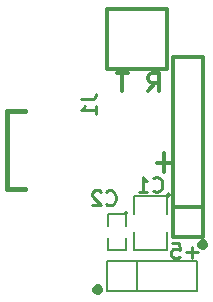
<source format=gbo>
G04 (created by PCBNEW (2013-04-19 BZR 4011)-stable) date 16/10/2013 10:05:19*
%MOIN*%
G04 Gerber Fmt 3.4, Leading zero omitted, Abs format*
%FSLAX34Y34*%
G01*
G70*
G90*
G04 APERTURE LIST*
%ADD10C,2.3622e-006*%
%ADD11C,0.025*%
%ADD12C,0.012*%
%ADD13C,0.01*%
%ADD14C,0.005*%
%ADD15C,0.015*%
%ADD16C,0.006*%
G04 APERTURE END LIST*
G54D10*
G54D11*
X61000Y-44709D02*
X60952Y-44757D01*
X61000Y-44804D01*
X61047Y-44757D01*
X61000Y-44709D01*
X61000Y-44804D01*
X64500Y-43209D02*
X64452Y-43257D01*
X64500Y-43304D01*
X64547Y-43257D01*
X64500Y-43209D01*
X64500Y-43304D01*
G54D12*
X63438Y-40519D02*
X62981Y-40519D01*
X63209Y-40823D02*
X63209Y-40214D01*
X62674Y-38152D02*
X62890Y-37867D01*
X63045Y-38152D02*
X63045Y-37552D01*
X62797Y-37552D01*
X62735Y-37581D01*
X62705Y-37610D01*
X62674Y-37667D01*
X62674Y-37752D01*
X62705Y-37810D01*
X62735Y-37838D01*
X62797Y-37867D01*
X63045Y-37867D01*
X61993Y-37552D02*
X61621Y-37552D01*
X61807Y-38152D02*
X61807Y-37552D01*
G54D13*
X64328Y-43511D02*
X63947Y-43511D01*
X64138Y-43702D02*
X64138Y-43321D01*
X63471Y-43202D02*
X63709Y-43202D01*
X63733Y-43440D01*
X63709Y-43416D01*
X63661Y-43392D01*
X63542Y-43392D01*
X63495Y-43416D01*
X63471Y-43440D01*
X63447Y-43488D01*
X63447Y-43607D01*
X63471Y-43654D01*
X63495Y-43678D01*
X63542Y-43702D01*
X63661Y-43702D01*
X63709Y-43678D01*
X63733Y-43654D01*
G54D14*
X62000Y-42200D02*
G75*
G03X62000Y-42200I-50J0D01*
G74*
G01*
X61950Y-42650D02*
X61950Y-42250D01*
X61950Y-42250D02*
X61350Y-42250D01*
X61350Y-42250D02*
X61350Y-42650D01*
X61350Y-43050D02*
X61350Y-43450D01*
X61350Y-43450D02*
X61950Y-43450D01*
X61950Y-43450D02*
X61950Y-43050D01*
G54D15*
X57980Y-41399D02*
X58571Y-41399D01*
X57980Y-38801D02*
X58571Y-38801D01*
X57980Y-41399D02*
X57980Y-38801D01*
G54D14*
X63420Y-41600D02*
G75*
G03X63420Y-41600I-70J0D01*
G74*
G01*
X62200Y-42250D02*
X62200Y-41650D01*
X62200Y-41650D02*
X63300Y-41650D01*
X63300Y-41650D02*
X63300Y-42250D01*
X63300Y-42850D02*
X63300Y-43450D01*
X63300Y-43450D02*
X62200Y-43450D01*
X62200Y-43450D02*
X62200Y-42850D01*
G54D16*
X61300Y-43800D02*
X61300Y-44800D01*
X61300Y-44800D02*
X64300Y-44800D01*
X64300Y-44800D02*
X64300Y-43800D01*
X64300Y-43800D02*
X61300Y-43800D01*
X62300Y-44800D02*
X62300Y-43800D01*
G54D12*
X63510Y-43000D02*
X64510Y-43000D01*
X64510Y-43000D02*
X64510Y-37000D01*
X64510Y-37000D02*
X63510Y-37000D01*
X63510Y-37000D02*
X63510Y-43000D01*
X63510Y-42000D02*
X64510Y-42000D01*
X61310Y-37400D02*
X63310Y-37400D01*
X63310Y-37400D02*
X63310Y-35400D01*
X63310Y-35400D02*
X61310Y-35400D01*
X61310Y-35400D02*
X61310Y-37400D01*
G54D13*
X61283Y-41904D02*
X61307Y-41928D01*
X61378Y-41952D01*
X61426Y-41952D01*
X61497Y-41928D01*
X61545Y-41880D01*
X61569Y-41833D01*
X61592Y-41738D01*
X61592Y-41666D01*
X61569Y-41571D01*
X61545Y-41523D01*
X61497Y-41476D01*
X61426Y-41452D01*
X61378Y-41452D01*
X61307Y-41476D01*
X61283Y-41500D01*
X61092Y-41500D02*
X61069Y-41476D01*
X61021Y-41452D01*
X60902Y-41452D01*
X60854Y-41476D01*
X60830Y-41500D01*
X60807Y-41547D01*
X60807Y-41595D01*
X60830Y-41666D01*
X61116Y-41952D01*
X60807Y-41952D01*
X60432Y-38413D02*
X60789Y-38413D01*
X60860Y-38389D01*
X60908Y-38341D01*
X60932Y-38270D01*
X60932Y-38222D01*
X60932Y-38913D02*
X60932Y-38627D01*
X60932Y-38770D02*
X60432Y-38770D01*
X60503Y-38722D01*
X60551Y-38675D01*
X60575Y-38627D01*
X62833Y-41454D02*
X62857Y-41478D01*
X62928Y-41502D01*
X62976Y-41502D01*
X63047Y-41478D01*
X63095Y-41430D01*
X63119Y-41383D01*
X63142Y-41288D01*
X63142Y-41216D01*
X63119Y-41121D01*
X63095Y-41073D01*
X63047Y-41026D01*
X62976Y-41002D01*
X62928Y-41002D01*
X62857Y-41026D01*
X62833Y-41050D01*
X62357Y-41502D02*
X62642Y-41502D01*
X62500Y-41502D02*
X62500Y-41002D01*
X62547Y-41073D01*
X62595Y-41121D01*
X62642Y-41145D01*
M02*

</source>
